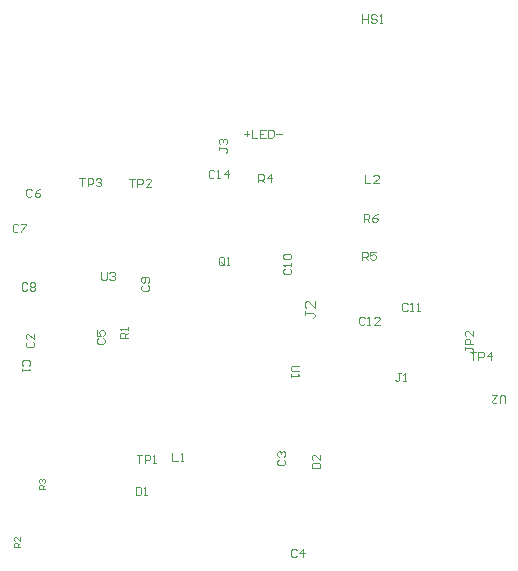
<source format=gto>
G04*
G04 #@! TF.GenerationSoftware,Altium Limited,Altium Designer,22.8.2 (66)*
G04*
G04 Layer_Color=65535*
%FSLAX44Y44*%
%MOMM*%
G71*
G04*
G04 #@! TF.SameCoordinates,DB24DA2D-5A1C-4FC3-BAC6-6F5E0011B9E5*
G04*
G04*
G04 #@! TF.FilePolarity,Positive*
G04*
G01*
G75*
%ADD10C,0.0553*%
%ADD11C,0.0691*%
%ADD12C,0.0415*%
%ADD13C,0.0591*%
%ADD14C,0.0898*%
%ADD15C,0.0518*%
D10*
X262128Y369698D02*
X266732D01*
X264430Y372001D02*
Y367396D01*
X269035Y373152D02*
Y366245D01*
X273639D01*
X280546Y373152D02*
X275941D01*
Y366245D01*
X280546D01*
X275941Y369698D02*
X278243D01*
X282848Y373152D02*
Y366245D01*
X286301D01*
X287452Y367396D01*
Y372001D01*
X286301Y373152D01*
X282848D01*
X289754Y369698D02*
X294359D01*
X241152Y358310D02*
Y356007D01*
Y357158D01*
X246908D01*
X248059Y356007D01*
Y354856D01*
X246908Y353705D01*
X242304Y360612D02*
X241152Y361763D01*
Y364065D01*
X242304Y365216D01*
X243455D01*
X244606Y364065D01*
Y362914D01*
Y364065D01*
X245757Y365216D01*
X246908D01*
X248059Y364065D01*
Y361763D01*
X246908Y360612D01*
X319779Y86395D02*
X326686D01*
Y89848D01*
X325535Y90999D01*
X320930D01*
X319779Y89848D01*
Y86395D01*
X326686Y97906D02*
Y93302D01*
X322081Y97906D01*
X320930D01*
X319779Y96755D01*
Y94453D01*
X320930Y93302D01*
X163841Y196673D02*
X156934D01*
Y200126D01*
X158085Y201277D01*
X160388D01*
X161539Y200126D01*
Y196673D01*
Y198975D02*
X163841Y201277D01*
Y203580D02*
Y205882D01*
Y204731D01*
X156934D01*
X158085Y203580D01*
X170566Y70572D02*
Y63665D01*
X174019D01*
X175170Y64816D01*
Y69421D01*
X174019Y70572D01*
X170566D01*
X177473Y63665D02*
X179775D01*
X178624D01*
Y70572D01*
X177473Y69421D01*
X245319Y259758D02*
Y264363D01*
X244168Y265514D01*
X241866D01*
X240715Y264363D01*
Y259758D01*
X241866Y258607D01*
X244168D01*
X243017Y260909D02*
X245319Y258607D01*
X244168D02*
X245319Y259758D01*
X247621Y258607D02*
X249924D01*
X248773D01*
Y265514D01*
X247621Y264363D01*
X395002Y166904D02*
X392700D01*
X393851D01*
Y161148D01*
X392700Y159997D01*
X391549D01*
X390398Y161148D01*
X397305Y159997D02*
X399607D01*
X398456D01*
Y166904D01*
X397305Y165753D01*
D11*
X453898Y184938D02*
X458502D01*
X456200D01*
Y178031D01*
X460805D02*
Y184938D01*
X464258D01*
X465409Y183787D01*
Y181484D01*
X464258Y180333D01*
X460805D01*
X471164Y178031D02*
Y184938D01*
X467711Y181484D01*
X472315D01*
X122936Y332004D02*
X127540D01*
X125238D01*
Y325097D01*
X129843D02*
Y332004D01*
X133296D01*
X134447Y330853D01*
Y328550D01*
X133296Y327399D01*
X129843D01*
X136749Y330853D02*
X137900Y332004D01*
X140202D01*
X141354Y330853D01*
Y329701D01*
X140202Y328550D01*
X139051D01*
X140202D01*
X141354Y327399D01*
Y326248D01*
X140202Y325097D01*
X137900D01*
X136749Y326248D01*
X165100Y331750D02*
X169704D01*
X167402D01*
Y324843D01*
X172007D02*
Y331750D01*
X175460D01*
X176611Y330599D01*
Y328296D01*
X175460Y327145D01*
X172007D01*
X183517Y324843D02*
X178913D01*
X183517Y329448D01*
Y330599D01*
X182366Y331750D01*
X180064D01*
X178913Y330599D01*
X171450Y97816D02*
X176054D01*
X173752D01*
Y90909D01*
X178357D02*
Y97816D01*
X181810D01*
X182961Y96665D01*
Y94362D01*
X181810Y93211D01*
X178357D01*
X185263Y90909D02*
X187565D01*
X186414D01*
Y97816D01*
X185263Y96665D01*
X449277Y188986D02*
Y186683D01*
Y187834D01*
X455033D01*
X456184Y186683D01*
Y185532D01*
X455033Y184381D01*
X456184Y191288D02*
X449277D01*
Y194741D01*
X450429Y195892D01*
X452731D01*
X453882Y194741D01*
Y191288D01*
X456184Y202799D02*
Y198194D01*
X451580Y202799D01*
X450429D01*
X449277Y201648D01*
Y199345D01*
X450429Y198194D01*
X313711Y219372D02*
Y216494D01*
Y217933D01*
X320905D01*
X322344Y216494D01*
Y215055D01*
X320905Y213617D01*
X322344Y228005D02*
Y222250D01*
X316588Y228005D01*
X315149D01*
X313711Y226566D01*
Y223689D01*
X315149Y222250D01*
D12*
X363855Y295125D02*
Y302032D01*
X367308D01*
X368459Y300881D01*
Y298578D01*
X367308Y297427D01*
X363855D01*
X366157D02*
X368459Y295125D01*
X375366Y302032D02*
X373064Y300881D01*
X370762Y298578D01*
Y296276D01*
X371913Y295125D01*
X374215D01*
X375366Y296276D01*
Y297427D01*
X374215Y298578D01*
X370762D01*
X362331Y262867D02*
Y269774D01*
X365784D01*
X366935Y268623D01*
Y266320D01*
X365784Y265169D01*
X362331D01*
X364633D02*
X366935Y262867D01*
X373842Y269774D02*
X369238D01*
Y266320D01*
X371540Y267472D01*
X372691D01*
X373842Y266320D01*
Y264018D01*
X372691Y262867D01*
X370389D01*
X369238Y264018D01*
X274574Y328399D02*
Y335306D01*
X278027D01*
X279178Y334155D01*
Y331852D01*
X278027Y330701D01*
X274574D01*
X276876D02*
X279178Y328399D01*
X284934D02*
Y335306D01*
X281481Y331852D01*
X286085D01*
X364744Y334798D02*
Y327891D01*
X369348D01*
X376255D02*
X371651D01*
X376255Y332495D01*
Y333647D01*
X375104Y334798D01*
X372802D01*
X371651Y333647D01*
X237014Y337965D02*
X235863Y339116D01*
X233561D01*
X232410Y337965D01*
Y333360D01*
X233561Y332209D01*
X235863D01*
X237014Y333360D01*
X239317Y332209D02*
X241619D01*
X240468D01*
Y339116D01*
X239317Y337965D01*
X248525Y332209D02*
Y339116D01*
X245072Y335662D01*
X249676D01*
X72517Y19535D02*
X67337D01*
Y22125D01*
X68200Y22988D01*
X69927D01*
X70790Y22125D01*
Y19535D01*
Y21262D02*
X72517Y22988D01*
Y28168D02*
Y24715D01*
X69064Y28168D01*
X68200D01*
X67337Y27305D01*
Y25578D01*
X68200Y24715D01*
X306864Y16909D02*
X305713Y18060D01*
X303411D01*
X302260Y16909D01*
Y12304D01*
X303411Y11153D01*
X305713D01*
X306864Y12304D01*
X312620Y11153D02*
Y18060D01*
X309167Y14606D01*
X313771D01*
X79924Y173173D02*
X81075Y174324D01*
Y176626D01*
X79924Y177777D01*
X75319D01*
X74168Y176626D01*
Y174324D01*
X75319Y173173D01*
X74168Y170871D02*
Y168568D01*
Y169720D01*
X81075D01*
X79924Y170871D01*
X201676Y99594D02*
Y92687D01*
X206280D01*
X208583D02*
X210885D01*
X209734D01*
Y99594D01*
X208583Y98443D01*
X141478Y252756D02*
Y247000D01*
X142629Y245849D01*
X144931D01*
X146082Y247000D01*
Y252756D01*
X148385Y251605D02*
X149536Y252756D01*
X151838D01*
X152989Y251605D01*
Y250453D01*
X151838Y249302D01*
X150687D01*
X151838D01*
X152989Y248151D01*
Y247000D01*
X151838Y245849D01*
X149536D01*
X148385Y247000D01*
X483616Y141407D02*
Y147162D01*
X482465Y148313D01*
X480163D01*
X479012Y147162D01*
Y141407D01*
X472105Y148313D02*
X476709D01*
X472105Y143709D01*
Y142558D01*
X473256Y141407D01*
X475558D01*
X476709Y142558D01*
X308913Y172951D02*
X303157D01*
X302006Y171800D01*
Y169498D01*
X303157Y168347D01*
X308913D01*
X302006Y166045D02*
Y163742D01*
Y164893D01*
X308913D01*
X307761Y166045D01*
D13*
X362267Y470854D02*
Y463466D01*
Y467160D01*
X367192D01*
Y470854D01*
Y463466D01*
X374580Y469622D02*
X373349Y470854D01*
X370886D01*
X369655Y469622D01*
Y468391D01*
X370886Y467160D01*
X373349D01*
X374580Y465928D01*
Y464697D01*
X373349Y463466D01*
X370886D01*
X369655Y464697D01*
X377043Y463466D02*
X379505D01*
X378274D01*
Y470854D01*
X377043Y469622D01*
D14*
X364456Y213624D02*
X363305Y214775D01*
X361003D01*
X359852Y213624D01*
Y209020D01*
X361003Y207868D01*
X363305D01*
X364456Y209020D01*
X366758Y207868D02*
X369061D01*
X367910D01*
Y214775D01*
X366758Y213624D01*
X377118Y207868D02*
X372514D01*
X377118Y212473D01*
Y213624D01*
X375967Y214775D01*
X373665D01*
X372514Y213624D01*
X400778Y225308D02*
X399627Y226459D01*
X397325D01*
X396174Y225308D01*
Y220704D01*
X397325Y219552D01*
X399627D01*
X400778Y220704D01*
X403080Y219552D02*
X405383D01*
X404232D01*
Y226459D01*
X403080Y225308D01*
X408836Y219552D02*
X411138D01*
X409987D01*
Y226459D01*
X408836Y225308D01*
X296624Y255346D02*
X295473Y254195D01*
Y251892D01*
X296624Y250741D01*
X301228D01*
X302379Y251892D01*
Y254195D01*
X301228Y255346D01*
X302379Y257648D02*
Y259950D01*
Y258799D01*
X295473D01*
X296624Y257648D01*
Y263403D02*
X295473Y264554D01*
Y266856D01*
X296624Y268008D01*
X301228D01*
X302379Y266856D01*
Y264554D01*
X301228Y263403D01*
X296624D01*
X176482Y241376D02*
X175331Y240224D01*
Y237922D01*
X176482Y236771D01*
X181086D01*
X182237Y237922D01*
Y240224D01*
X181086Y241376D01*
Y243678D02*
X182237Y244829D01*
Y247131D01*
X181086Y248282D01*
X176482D01*
X175331Y247131D01*
Y244829D01*
X176482Y243678D01*
X177633D01*
X178784Y244829D01*
Y248282D01*
X78838Y242595D02*
X77687Y243746D01*
X75385D01*
X74234Y242595D01*
Y237991D01*
X75385Y236840D01*
X77687D01*
X78838Y237991D01*
X81141Y242595D02*
X82292Y243746D01*
X84594D01*
X85745Y242595D01*
Y241444D01*
X84594Y240293D01*
X85745Y239142D01*
Y237991D01*
X84594Y236840D01*
X82292D01*
X81141Y237991D01*
Y239142D01*
X82292Y240293D01*
X81141Y241444D01*
Y242595D01*
X82292Y240293D02*
X84594D01*
X71218Y292125D02*
X70067Y293276D01*
X67765D01*
X66614Y292125D01*
Y287521D01*
X67765Y286370D01*
X70067D01*
X71218Y287521D01*
X73521Y293276D02*
X78125D01*
Y292125D01*
X73521Y287521D01*
Y286370D01*
X82648Y322097D02*
X81497Y323248D01*
X79195D01*
X78044Y322097D01*
Y317493D01*
X79195Y316342D01*
X81497D01*
X82648Y317493D01*
X89555Y323248D02*
X87253Y322097D01*
X84951Y319795D01*
Y317493D01*
X86102Y316342D01*
X88404D01*
X89555Y317493D01*
Y318644D01*
X88404Y319795D01*
X84951D01*
X138636Y196418D02*
X137485Y195266D01*
Y192964D01*
X138636Y191813D01*
X143240D01*
X144391Y192964D01*
Y195266D01*
X143240Y196418D01*
X137485Y203324D02*
Y198720D01*
X140938D01*
X139787Y201022D01*
Y202173D01*
X140938Y203324D01*
X143240D01*
X144391Y202173D01*
Y199871D01*
X143240Y198720D01*
X291544Y93802D02*
X290393Y92650D01*
Y90348D01*
X291544Y89197D01*
X296148D01*
X297299Y90348D01*
Y92650D01*
X296148Y93802D01*
X291544Y96104D02*
X290393Y97255D01*
Y99557D01*
X291544Y100708D01*
X292695D01*
X293846Y99557D01*
Y98406D01*
Y99557D01*
X294997Y100708D01*
X296148D01*
X297299Y99557D01*
Y97255D01*
X296148Y96104D01*
X78692Y193370D02*
X77541Y192218D01*
Y189916D01*
X78692Y188765D01*
X83296D01*
X84447Y189916D01*
Y192218D01*
X83296Y193370D01*
X84447Y200276D02*
Y195672D01*
X79843Y200276D01*
X78692D01*
X77541Y199125D01*
Y196823D01*
X78692Y195672D01*
D15*
X93719Y68540D02*
X88539D01*
Y71130D01*
X89403Y71993D01*
X91129D01*
X91993Y71130D01*
Y68540D01*
Y70266D02*
X93719Y71993D01*
X89403Y73720D02*
X88539Y74583D01*
Y76309D01*
X89403Y77173D01*
X90266D01*
X91129Y76309D01*
Y75446D01*
Y76309D01*
X91993Y77173D01*
X92856D01*
X93719Y76309D01*
Y74583D01*
X92856Y73720D01*
M02*

</source>
